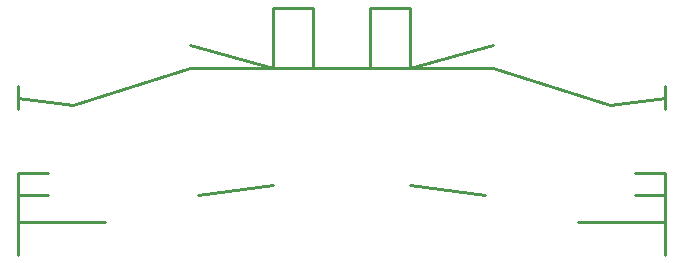
<source format=gm1>
G04*
G04 #@! TF.GenerationSoftware,Altium Limited,Altium Designer,24.2.2 (26)*
G04*
G04 Layer_Color=16711935*
%FSLAX44Y44*%
%MOMM*%
G71*
G04*
G04 #@! TF.SameCoordinates,D0D0D645-F3CD-4B60-A7FA-FB90DE8E9CDF*
G04*
G04*
G04 #@! TF.FilePolarity,Positive*
G04*
G01*
G75*
%ADD11C,0.2540*%
D11*
X228600Y38100D02*
X275300Y44450D01*
X-273050D02*
X-226350Y38100D01*
X275300Y34925D02*
Y53975D01*
X-273050Y34925D02*
Y53975D01*
X59400Y69850D02*
X129250Y88900D01*
X-127000D02*
X-57150Y69850D01*
X-226350Y38100D02*
X-127000Y69850D01*
X-57150D01*
X129250D02*
X228600Y38100D01*
X-52850Y120650D02*
X-27450D01*
X-57150D02*
X-23150D01*
Y69850D02*
Y120650D01*
X-57150Y69850D02*
Y120650D01*
X25400Y120650D02*
X59400D01*
X29700D02*
X55100D01*
X25400Y69850D02*
Y120650D01*
X59400Y69850D02*
Y120650D01*
X-57150Y69850D02*
X59400Y69850D01*
X249900Y-38100D02*
X275300D01*
Y-88900D02*
Y-60960D01*
X201400D02*
X275300D01*
X249900Y-19050D02*
X275300D01*
Y-60960D02*
Y-19050D01*
X-273050D02*
X-247650D01*
X-273050Y-60960D02*
X-199150D01*
X-273050Y-88900D02*
Y-60960D01*
Y-19050D01*
Y-38100D02*
X-247650D01*
X-120650D02*
X-57150Y-29350D01*
X59400D02*
X122900Y-38100D01*
X59400Y69850D02*
X129250D01*
M02*

</source>
